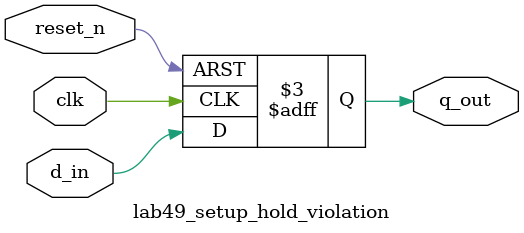
<source format=v>
`timescale 1ns / 1ps


module lab49_setup_hold_violation(
                          input d_in,
                          input clk, reset_n,
                          output reg q_out
                         
    );
    
    
    always @(posedge clk or negedge reset_n)
    begin
        if(!reset_n)
            q_out <= 1'b0;
        else
            q_out <= d_in;
    end
    
    specify
    specparam tsu = 1;
    specparam th = 1;
    
    $setup(d_in, posedge clk, tsu);
    
    $hold(posedge clk, d_in, th);

    endspecify
    
endmodule

</source>
